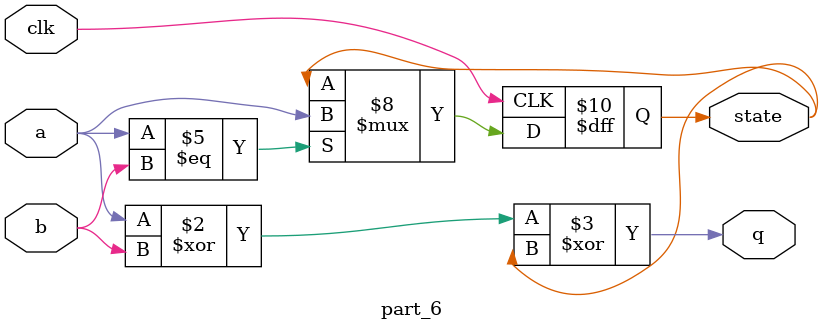
<source format=v>
module part_6(
    input clk,
    input a,
    input b,
    output reg q,   
    output reg state 
);
    
    always @(*) begin
            q = a ^ b ^ state; 
        end

    always @(posedge clk) begin
            if(a == b)
                state <= a;
            else
                state <= state;
        end

    initial begin
        state = 0;
        q = 0;
    end
    
endmodule

</source>
